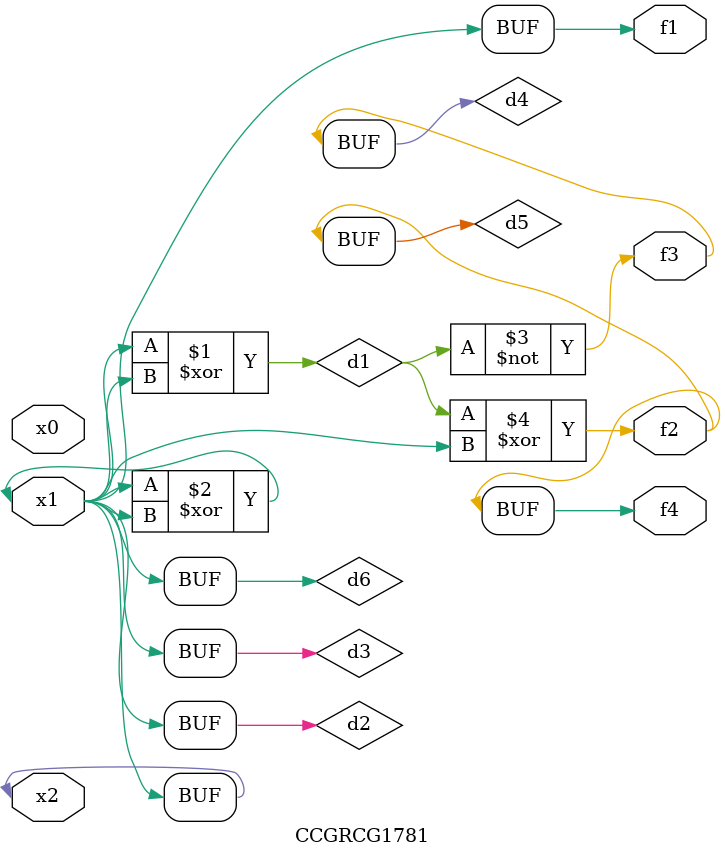
<source format=v>
module CCGRCG1781(
	input x0, x1, x2,
	output f1, f2, f3, f4
);

	wire d1, d2, d3, d4, d5, d6;

	xor (d1, x1, x2);
	buf (d2, x1, x2);
	xor (d3, x1, x2);
	nor (d4, d1);
	xor (d5, d1, d2);
	buf (d6, d2, d3);
	assign f1 = d6;
	assign f2 = d5;
	assign f3 = d4;
	assign f4 = d5;
endmodule

</source>
